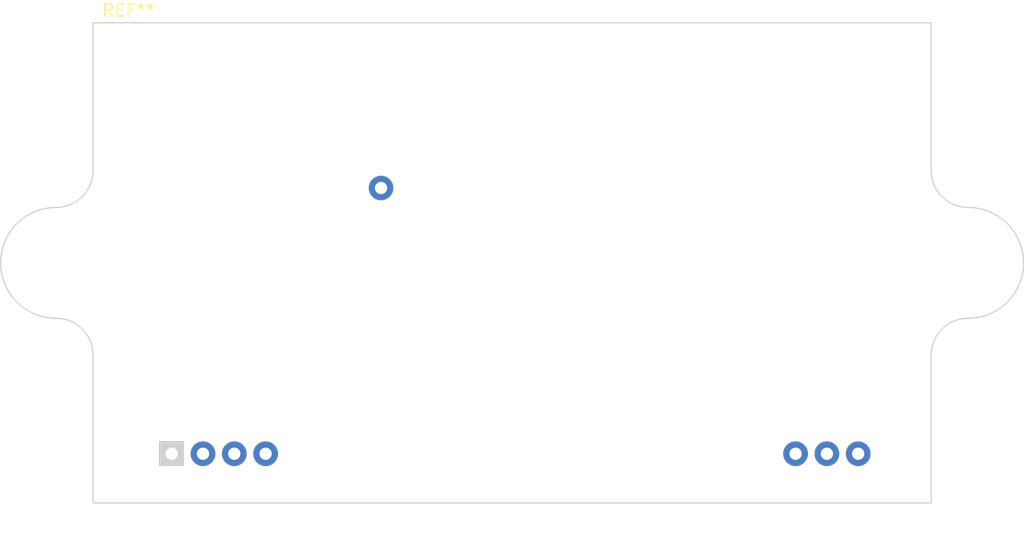
<source format=kicad_pcb>
(kicad_pcb (version 20211014) (generator pcbnew)
  (layers (0 "F.Cu" signal) (1 "In1.Cu" signal) (2 "In2.Cu" signal) (31 "B.Cu" signal) (34 "B.Paste" user) (35 "F.Paste" user) (36 "B.SilkS" user "B.Silkscreen") (37 "F.SilkS" user "F.Silkscreen") (38 "B.Mask" user) (39 "F.Mask" user) (44 "Edge.Cuts" user))
  (net 0 "")
  (footprint "Audio_Module:Reverb_BTDR-1H" (layer "F.Cu") (at 142.24 81.28)
    (fp_text reference "REF**" (at -3.5 -36) (layer "F.SilkS"))
    (fp_text value "Reverb_BTDR-1H")
    (fp_line (start -6.38 4) (end 61.62 4) (layer "Edge.Cuts") (width 0.1))
    (fp_line (start 61.62 -35) (end 61.62 -23) (layer "Edge.Cuts") (width 0.1))
    (fp_line (start -6.38 -23) (end -6.38 -35) (layer "Edge.Cuts") (width 0.1))
    (fp_line (start -6.38 -35) (end 61.62 -35) (layer "Edge.Cuts") (width 0.1))
    (fp_line (start -6.38 -8) (end -6.38 4) (layer "Edge.Cuts") (width 0.1))
    (fp_line (start 61.62 -8) (end 61.62 4) (layer "Edge.Cuts") (width 0.1))
    (fp_arc (start 64.62 -20) (mid 69.12 -15.5) (end 64.62 -11) (layer "Edge.Cuts") (width 0.1))
    (fp_arc (start -9.38 -11) (mid -7.25868 -10.12132) (end -6.38 -8) (layer "Edge.Cuts") (width 0.1))
    (fp_arc (start -6.38 -23) (mid -7.25868 -20.87868) (end -9.38 -20) (layer "Edge.Cuts") (width 0.1))
    (fp_arc (start 64.62 -20) (mid 62.49868 -20.87868) (end 61.62 -23) (layer "Edge.Cuts") (width 0.1))
    (fp_arc (start -9.38 -11) (mid -13.88 -15.5) (end -9.38 -20) (layer "Edge.Cuts") (width 0.1))
    (fp_arc (start 61.62 -8) (mid 62.49868 -10.12132) (end 64.62 -11) (layer "Edge.Cuts") (width 0.1))
    (pad "" np_thru_hole circle (at -9.38 -15.5) (size 3.7 3.7) (drill 3.7) (layers *.Cu *.Mask))
    (pad "" np_thru_hole circle (at 64.62 -15.5) (size 3.7 3.7) (drill 3.7) (layers *.Cu *.Mask))
    (pad "1" thru_hole rect (at 0 0) (size 2 2) (drill 1) (layers *.Cu *.Mask "Edge.Cuts"))
    (pad "2" thru_hole circle (at 2.54 0) (size 2 2) (drill 1) (layers *.Cu *.Mask))
    (pad "3" thru_hole circle (at 5.08 0) (size 2 2) (drill 1) (layers *.Cu *.Mask))
    (pad "4" thru_hole circle (at 7.62 0) (size 2 2) (drill 1) (layers *.Cu *.Mask))
    (pad "5" thru_hole circle (at 50.62 0) (size 2 2) (drill 1) (layers *.Cu *.Mask))
    (pad "6" thru_hole circle (at 53.16 0) (size 2 2) (drill 1) (layers *.Cu *.Mask))
    (pad "7" thru_hole circle (at 55.7 0) (size 2 2) (drill 1) (layers *.Cu *.Mask))
  )
  (via blind (at 159.225 59.7) (size 2) (drill 1) (layers "In1.Cu" "B.Cu") (net 0))
)
</source>
